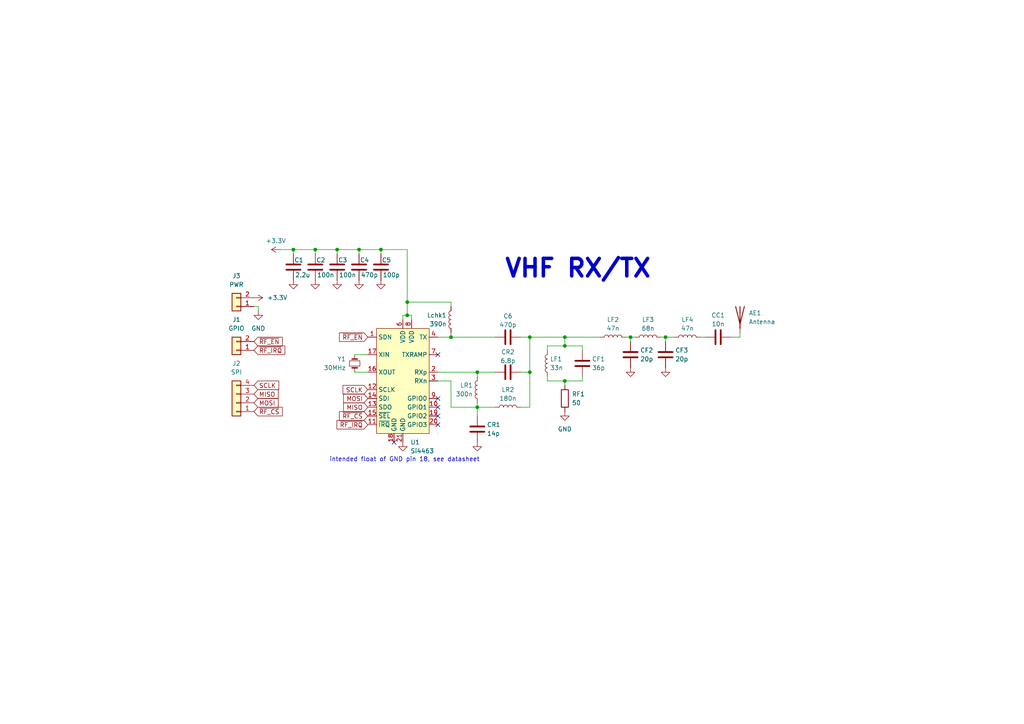
<source format=kicad_sch>
(kicad_sch (version 20231120) (generator "eeschema") (generator_version "8.0")
  (paper "A4")
  (lib_symbols
    (symbol "Connector_Generic:Conn_01x02" (pin_names (offset 1.016) hide)
      (property "Reference" "J" (at 0 2.54 0))
      (property "Value" "Conn_01x02" (at 0 -5.08 0))
      (symbol "Conn_01x02_1_1"
        (rectangle (start -1.27 -2.413) (end 0 -2.667) (stroke (width 0.1524)))
        (rectangle (start -1.27 0.127) (end 0 -0.127) (stroke (width 0.1524)))
        (rectangle (start -1.27 1.27) (end 1.27 -3.81) (stroke (width 0.254)) (fill (type background)))
        (pin passive line (at -5.08 0 0) (length 3.81) (name "Pin_1") (number "1"))
        (pin passive line (at -5.08 -2.54 0) (length 3.81) (name "Pin_2") (number "2"))
      )
    )
    (symbol "Connector_Generic:Conn_01x04" (pin_names (offset 1.016) hide)
      (property "Reference" "J" (at 0 5.08 0))
      (property "Value" "Conn_01x04" (at 0 -7.62 0))
      (symbol "Conn_01x04_1_1"
        (rectangle (start -1.27 -4.953) (end 0 -5.207) (stroke (width 0.1524)))
        (rectangle (start -1.27 -2.413) (end 0 -2.667) (stroke (width 0.1524)))
        (rectangle (start -1.27 0.127) (end 0 -0.127) (stroke (width 0.1524)))
        (rectangle (start -1.27 2.667) (end 0 2.413) (stroke (width 0.1524)))
        (rectangle (start -1.27 3.81) (end 1.27 -6.35) (stroke (width 0.254)) (fill (type background)))
        (pin passive line (at -5.08 2.54 0) (length 3.81) (name "Pin_1") (number "1"))
        (pin passive line (at -5.08 0 0) (length 3.81) (name "Pin_2") (number "2"))
        (pin passive line (at -5.08 -2.54 0) (length 3.81) (name "Pin_3") (number "3"))
        (pin passive line (at -5.08 -5.08 0) (length 3.81) (name "Pin_4") (number "4"))
      )
    )
    (symbol "Device:Antenna" (pin_numbers hide) (pin_names (offset 1.016) hide)
      (property "Reference" "AE" (at -1.905 1.905 0))
      (property "Value" "Antenna" (at -1.905 0 0))
      (symbol "Antenna_0_1"
        (polyline (pts (xy 0 2.54) (xy 0 -3.81)) (stroke (width 0.254)))
        (polyline (pts (xy 1.27 2.54) (xy 0 -2.54) (xy -1.27 2.54)) (stroke (width 0.254)))
      )
      (symbol "Antenna_1_1"
        (pin input line (at 0 -5.08 90) (length 2.54) (name "A") (number "1"))
      )
    )
    (symbol "Device:C" (pin_numbers hide) (pin_names (offset 0.254))
      (property "Reference" "C" (at 0.635 2.54 0))
      (property "Value" "C" (at 0.635 -2.54 0))
      (symbol "C_0_1"
        (polyline (pts (xy -2.032 -0.762) (xy 2.032 -0.762)) (stroke (width 0.508)))
        (polyline (pts (xy -2.032 0.762) (xy 2.032 0.762)) (stroke (width 0.508)))
      )
      (symbol "C_1_1"
        (pin passive line (at 0 3.81 270) (length 2.794) (name "~") (number "1"))
        (pin passive line (at 0 -3.81 90) (length 2.794) (name "~") (number "2"))
      )
    )
    (symbol "Device:Crystal_Small" (pin_numbers hide) (pin_names (offset 1.016) hide)
      (property "Reference" "Y" (at 0 2.54 0))
      (property "Value" "Crystal_Small" (at 0 -2.54 0))
      (symbol "Crystal_Small_0_1"
        (rectangle (start -0.762 -1.524) (end 0.762 1.524))
        (polyline (pts (xy -1.27 -0.762) (xy -1.27 0.762)) (stroke (width 0.381)))
        (polyline (pts (xy 1.27 -0.762) (xy 1.27 0.762)) (stroke (width 0.381)))
      )
      (symbol "Crystal_Small_1_1"
        (pin passive line (at -2.54 0 0) (length 1.27) (name "1") (number "1"))
        (pin passive line (at 2.54 0 180) (length 1.27) (name "2") (number "2"))
      )
    )
    (symbol "Device:L" (pin_numbers hide) (pin_names (offset 1.016) hide)
      (property "Reference" "L" (at -1.27 0 90))
      (property "Value" "L" (at 1.905 0 90))
      (symbol "L_0_1"
        (arc (start 0 -2.54) (mid 0.6323 -1.905) (end 0 -1.27))
        (arc (start 0 -1.27) (mid 0.6323 -0.635) (end 0 0))
        (arc (start 0 0) (mid 0.6323 0.635) (end 0 1.27))
        (arc (start 0 1.27) (mid 0.6323 1.905) (end 0 2.54))
      )
      (symbol "L_1_1"
        (pin passive line (at 0 3.81 270) (length 1.27) (name "1") (number "1"))
        (pin passive line (at 0 -3.81 90) (length 1.27) (name "2") (number "2"))
      )
    )
    (symbol "Device:R" (pin_numbers hide) (pin_names (offset 0))
      (property "Reference" "R" (at 2.032 0 90))
      (property "Value" "R" (at 0 0 90))
      (symbol "R_0_1"
        (rectangle (start -1.016 -2.54) (end 1.016 2.54) (stroke (width 0.254)))
      )
      (symbol "R_1_1"
        (pin passive line (at 0 3.81 270) (length 1.27) (name "~") (number "1"))
        (pin passive line (at 0 -3.81 90) (length 1.27) (name "~") (number "2"))
      )
    )
    (symbol "RF:Si4463"
      (property "Reference" "U1" (at 2.1941 -17.78 0))
      (property "Value" "Si4463" (at 2.1941 -20.32 0))
      (symbol "Si4463_0_1"
        (rectangle (start -7.62 15.24) (end 7.62 -15.24) (fill (type background)))
        (rectangle (start 10.16 -15.24) (end 10.16 -15.24))
      )
      (symbol "Si4463_1_1"
        (pin input line (at -10.16 12.7 0) (length 2.54) (name "SDN") (number "1"))
        (pin bidirectional line (at 10.16 -7.62 180) (length 2.54) (name "GPIO1") (number "10"))
        (pin open_collector line (at -10.16 -12.7 0) (length 2.54) (name "~{IRQ}") (number "11"))
        (pin input line (at -10.16 -2.54 0) (length 2.54) (name "SCLK") (number "12"))
        (pin output line (at -10.16 -7.62 0) (length 2.54) (name "SDO") (number "13"))
        (pin input line (at -10.16 -5.08 0) (length 2.54) (name "SDI") (number "14"))
        (pin input line (at -10.16 -10.16 0) (length 2.54) (name "~{SEL}") (number "15"))
        (pin passive line (at -10.16 2.54 0) (length 2.54) (name "XOUT") (number "16"))
        (pin input line (at -10.16 7.62 0) (length 2.54) (name "XIN") (number "17"))
        (pin power_in line (at -2.54 -17.78 90) (length 2.54) (name "GND") (number "18"))
        (pin bidirectional line (at 10.16 -10.16 180) (length 2.54) (name "GPIO2") (number "19"))
        (pin input line (at 10.16 2.54 180) (length 2.54) (name "RXp") (number "2"))
        (pin bidirectional line (at 10.16 -12.7 180) (length 2.54) (name "GPIO3") (number "20"))
        (pin passive line (at 0 -17.78 90) (length 2.54) (name "GND") (number "21"))
        (pin input line (at 10.16 0 180) (length 2.54) (name "RXn") (number "3"))
        (pin output line (at 10.16 12.7 180) (length 2.54) (name "TX") (number "4"))
        (pin no_connect line (at 7.62 -15.24 180) (length 2.54) hide (name "NC") (number "5"))
        (pin power_in line (at 0 17.78 270) (length 2.54) (name "VDD") (number "6"))
        (pin output line (at 10.16 7.62 180) (length 2.54) (name "TXRAMP") (number "7"))
        (pin power_in line (at 2.54 17.78 270) (length 2.54) (name "VDD") (number "8"))
        (pin bidirectional line (at 10.16 -5.08 180) (length 2.54) (name "GPIO0") (number "9"))
      )
    )
    (symbol "power:+3.3V" (power) (pin_numbers hide) (pin_names (offset 0) hide)
      (property "Value" "+3.3V" (at 0 3.556 0))
      (symbol "+3.3V_0_1"
        (polyline (pts (xy -0.762 1.27) (xy 0 2.54)))
        (polyline (pts (xy 0 0) (xy 0 2.54)))
        (polyline (pts (xy 0 2.54) (xy 0.762 1.27)))
      )
      (symbol "+3.3V_1_1"
        (pin power_in line (at 0 0 90) (length 0) (name "~") (number "1"))
      )
    )
    (symbol "power:GND" (power) (pin_numbers hide) (pin_names (offset 0) hide)
      (property "Value" "GND" (at 0 -3.81 0))
      (symbol "GND_0_1"
        (polyline (pts (xy 0 0) (xy 0 -1.27) (xy 1.27 -1.27) (xy 0 -2.54) (xy -1.27 -1.27) (xy 0 -1.27)))
      )
      (symbol "GND_1_1"
        (pin power_in line (at 0 0 270) (length 0) (name "~") (number "1"))
      )
    )
  )
  (junction (at 193.04 97.79))
  (junction (at 153.67 107.95))
  (junction (at 163.83 100.33))
  (junction (at 91.44 72.39))
  (junction (at 118.11 91.44))
  (junction (at 130.81 97.79))
  (junction (at 85.09 72.39))
  (junction (at 153.67 97.79))
  (junction (at 97.79 72.39))
  (junction (at 138.43 107.95))
  (junction (at 104.14 72.39))
  (junction (at 110.49 72.39))
  (junction (at 182.88 97.79))
  (junction (at 138.43 118.11))
  (junction (at 163.83 110.49))
  (junction (at 163.83 97.79))
  (junction (at 118.11 87.63))
  (no_connect (at 127 123.19))
  (no_connect (at 127 115.57))
  (no_connect (at 127 120.65))
  (no_connect (at 127 102.87))
  (no_connect (at 114.3 128.27))
  (no_connect (at 127 118.11))
  (wire (pts (xy 182.88 97.79) (xy 184.15 97.79)))
  (wire (pts (xy 182.88 97.79) (xy 181.61 97.79)))
  (wire (pts (xy 81.28 72.39) (xy 85.09 72.39)))
  (wire (pts (xy 130.81 118.11) (xy 138.43 118.11)))
  (wire (pts (xy 130.81 87.63) (xy 130.81 88.9)))
  (wire (pts (xy 168.91 110.49) (xy 168.91 109.22)))
  (wire (pts (xy 168.91 100.33) (xy 168.91 101.6)))
  (wire (pts (xy 212.09 97.79) (xy 214.63 97.79)))
  (wire (pts (xy 193.04 97.79) (xy 195.58 97.79)))
  (wire (pts (xy 116.84 91.44) (xy 116.84 92.71)))
  (wire (pts (xy 118.11 91.44) (xy 116.84 91.44)))
  (wire (pts (xy 158.75 109.22) (xy 158.75 110.49)))
  (wire (pts (xy 118.11 87.63) (xy 130.81 87.63)))
  (wire (pts (xy 138.43 116.84) (xy 138.43 118.11)))
  (wire (pts (xy 151.13 97.79) (xy 153.67 97.79)))
  (wire (pts (xy 138.43 118.11) (xy 138.43 120.65)))
  (wire (pts (xy 102.87 107.95) (xy 106.68 107.95)))
  (wire (pts (xy 130.81 96.52) (xy 130.81 97.79)))
  (wire (pts (xy 130.81 97.79) (xy 127 97.79)))
  (wire (pts (xy 118.11 87.63) (xy 118.11 91.44)))
  (wire (pts (xy 91.44 72.39) (xy 97.79 72.39)))
  (wire (pts (xy 130.81 110.49) (xy 130.81 118.11)))
  (wire (pts (xy 138.43 107.95) (xy 143.51 107.95)))
  (wire (pts (xy 158.75 101.6) (xy 158.75 100.33)))
  (wire (pts (xy 104.14 72.39) (xy 110.49 72.39)))
  (wire (pts (xy 153.67 97.79) (xy 163.83 97.79)))
  (wire (pts (xy 182.88 99.06) (xy 182.88 97.79)))
  (wire (pts (xy 119.38 91.44) (xy 118.11 91.44)))
  (wire (pts (xy 163.83 100.33) (xy 168.91 100.33)))
  (wire (pts (xy 151.13 107.95) (xy 153.67 107.95)))
  (wire (pts (xy 163.83 110.49) (xy 168.91 110.49)))
  (wire (pts (xy 130.81 97.79) (xy 143.51 97.79)))
  (wire (pts (xy 127 110.49) (xy 130.81 110.49)))
  (wire (pts (xy 110.49 72.39) (xy 110.49 73.66)))
  (wire (pts (xy 158.75 110.49) (xy 163.83 110.49)))
  (wire (pts (xy 110.49 72.39) (xy 118.11 72.39)))
  (wire (pts (xy 163.83 97.79) (xy 163.83 100.33)))
  (wire (pts (xy 97.79 72.39) (xy 97.79 73.66)))
  (wire (pts (xy 151.13 118.11) (xy 153.67 118.11)))
  (wire (pts (xy 138.43 118.11) (xy 143.51 118.11)))
  (wire (pts (xy 85.09 72.39) (xy 85.09 73.66)))
  (wire (pts (xy 119.38 92.71) (xy 119.38 91.44)))
  (wire (pts (xy 127 107.95) (xy 138.43 107.95)))
  (wire (pts (xy 104.14 72.39) (xy 104.14 73.66)))
  (wire (pts (xy 153.67 97.79) (xy 153.67 107.95)))
  (wire (pts (xy 74.93 88.9) (xy 73.66 88.9)))
  (wire (pts (xy 97.79 72.39) (xy 104.14 72.39)))
  (wire (pts (xy 214.63 97.79) (xy 214.63 96.52)))
  (wire (pts (xy 102.87 102.87) (xy 106.68 102.87)))
  (wire (pts (xy 85.09 72.39) (xy 91.44 72.39)))
  (wire (pts (xy 163.83 110.49) (xy 163.83 111.76)))
  (wire (pts (xy 203.2 97.79) (xy 204.47 97.79)))
  (wire (pts (xy 91.44 72.39) (xy 91.44 73.66)))
  (wire (pts (xy 153.67 118.11) (xy 153.67 107.95)))
  (wire (pts (xy 191.77 97.79) (xy 193.04 97.79)))
  (wire (pts (xy 163.83 97.79) (xy 173.99 97.79)))
  (wire (pts (xy 138.43 107.95) (xy 138.43 109.22)))
  (wire (pts (xy 74.93 90.17) (xy 74.93 88.9)))
  (wire (pts (xy 158.75 100.33) (xy 163.83 100.33)))
  (wire (pts (xy 193.04 97.79) (xy 193.04 99.06)))
  (wire (pts (xy 118.11 72.39) (xy 118.11 87.63)))
  (text "intended float of GND pin 18, see datasheet\n" (at 117.348 133.35 0) (effects (font (size 1.27 1.27))))
  (text "VHF RX/TX\n" (at 167.64 77.978 0) (effects (font (size 5.08 5.08) (thickness 1.016) (bold yes))))
  (global_label "~{RF_EN}" (shape input) (at 106.68 97.79 180) (property "Intersheetrefs" "${INTERSHEET_REFS}" (effects (hide yes))))
  (global_label "~{RF_EN}" (shape input) (at 73.66 99.06 0) (property "Intersheetrefs" "${INTERSHEET_REFS}" (effects (hide yes))))
  (global_label "MISO" (shape input) (at 106.68 118.11 180) (property "Intersheetrefs" "${INTERSHEET_REFS}" (effects (hide yes))))
  (global_label "SCLK" (shape input) (at 106.68 113.03 180) (property "Intersheetrefs" "${INTERSHEET_REFS}" (effects (hide yes))))
  (global_label "SCLK" (shape input) (at 73.66 111.76 0) (property "Intersheetrefs" "${INTERSHEET_REFS}" (effects (hide yes))))
  (global_label "MOSI" (shape input) (at 73.66 116.84 0) (property "Intersheetrefs" "${INTERSHEET_REFS}" (effects (hide yes))))
  (global_label "~{RF_CS}" (shape input) (at 106.68 120.65 180) (property "Intersheetrefs" "${INTERSHEET_REFS}" (effects (hide yes))))
  (global_label "~{RF_CS}" (shape input) (at 73.66 119.38 0) (property "Intersheetrefs" "${INTERSHEET_REFS}" (effects (hide yes))))
  (global_label "MISO" (shape input) (at 73.66 114.3 0) (property "Intersheetrefs" "${INTERSHEET_REFS}" (effects (hide yes))))
  (global_label "MOSI" (shape input) (at 106.68 115.57 180) (property "Intersheetrefs" "${INTERSHEET_REFS}" (effects (hide yes))))
  (global_label "~{RF_IRQ}" (shape input) (at 106.68 123.19 180) (property "Intersheetrefs" "${INTERSHEET_REFS}" (effects (hide yes))))
  (global_label "~{RF_IRQ}" (shape input) (at 73.66 101.6 0) (property "Intersheetrefs" "${INTERSHEET_REFS}" (effects (hide yes))))
  (symbol (lib_id "power:+3.3V") (at 73.66 86.36 270) (unit 1)
    (property "Reference" "#PWR011" (effects (hide yes)))
    (property "Value" "+3.3V" (at 77.47 86.3599 90) (effects (justify left)))
    (property "Description" "Power symbol creates a global label with name \"+3.3V\"" (effects (hide yes)))
  )
  (symbol (lib_id "Device:L") (at 138.43 113.03 0) (mirror y) (unit 1)
    (property "Reference" "LR1" (at 137.16 111.7599 0) (effects (justify left)))
    (property "Value" "300n" (at 137.16 114.2999 0) (effects (justify left)))
    (property "Footprint" "Inductor_SMD:L_0402_1005Metric" (effects (hide yes)))
    (property "Description" "Inductor" (effects (hide yes)))
  )
  (symbol (lib_id "Device:C") (at 104.14 77.47 0) (unit 1)
    (property "Reference" "C4" (at 104.394 75.438 0) (effects (justify left)))
    (property "Value" "470p" (at 104.648 79.756 0) (effects (justify left)))
    (property "Footprint" "Capacitor_SMD:C_0402_1005Metric" (effects (hide yes)))
    (property "Description" "Unpolarized capacitor" (effects (hide yes)))
  )
  (symbol (lib_id "power:GND") (at 104.14 81.28 0) (unit 1)
    (property "Reference" "#PWR05" (effects (hide yes)))
    (property "Value" "GND" (effects (hide yes)))
    (property "Description" "Power symbol creates a global label with name \"GND\" , ground" (effects (hide yes)))
  )
  (symbol (lib_id "Device:C") (at 85.09 77.47 0) (unit 1)
    (property "Reference" "C1" (at 85.344 75.438 0) (effects (justify left)))
    (property "Value" "2.2u" (at 85.598 79.756 0) (effects (justify left)))
    (property "Footprint" "Capacitor_SMD:C_0402_1005Metric" (effects (hide yes)))
    (property "Description" "Unpolarized capacitor" (effects (hide yes)))
  )
  (symbol (lib_id "Device:C") (at 91.44 77.47 0) (unit 1)
    (property "Reference" "C2" (at 91.694 75.438 0) (effects (justify left)))
    (property "Value" "100n" (at 91.948 79.756 0) (effects (justify left)))
    (property "Footprint" "Capacitor_SMD:C_0402_1005Metric" (effects (hide yes)))
    (property "Description" "Unpolarized capacitor" (effects (hide yes)))
  )
  (symbol (lib_id "Device:C") (at 110.49 77.47 0) (unit 1)
    (property "Reference" "C5" (at 110.744 75.438 0) (effects (justify left)))
    (property "Value" "100p" (at 110.998 79.756 0) (effects (justify left)))
    (property "Footprint" "Capacitor_SMD:C_0402_1005Metric" (effects (hide yes)))
    (property "Description" "Unpolarized capacitor" (effects (hide yes)))
  )
  (symbol (lib_id "power:GND") (at 74.93 90.17 0) (unit 1)
    (property "Reference" "#PWR012" (effects (hide yes)))
    (property "Value" "GND" (at 74.93 95.25 0))
    (property "Description" "Power symbol creates a global label with name \"GND\" , ground" (effects (hide yes)))
  )
  (symbol (lib_id "Device:R") (at 163.83 115.57 0) (unit 1)
    (property "Reference" "RF1" (at 165.862 114.3 0) (effects (justify left)))
    (property "Value" "50" (at 165.862 116.84 0) (effects (justify left)))
    (property "Footprint" "Resistor_SMD:R_0402_1005Metric" (effects (hide yes)))
    (property "Description" "Resistor" (effects (hide yes)))
  )
  (symbol (lib_id "Device:C") (at 182.88 102.87 0) (unit 1)
    (property "Reference" "CF2" (at 185.674 101.6 0) (effects (justify left)))
    (property "Value" "20p" (at 185.674 104.14 0) (effects (justify left)))
    (property "Footprint" "Capacitor_SMD:C_0402_1005Metric" (effects (hide yes)))
    (property "Description" "Unpolarized capacitor" (effects (hide yes)))
  )
  (symbol (lib_id "Device:C") (at 208.28 97.79 90) (unit 1)
    (property "Reference" "CC1" (at 208.28 91.44 90))
    (property "Value" "10n" (at 208.28 93.98 90))
    (property "Footprint" "Capacitor_SMD:C_0402_1005Metric" (effects (hide yes)))
    (property "Description" "Unpolarized capacitor" (effects (hide yes)))
  )
  (symbol (lib_id "power:GND") (at 110.49 81.28 0) (unit 1)
    (property "Reference" "#PWR06" (effects (hide yes)))
    (property "Value" "GND" (effects (hide yes)))
    (property "Description" "Power symbol creates a global label with name \"GND\" , ground" (effects (hide yes)))
  )
  (symbol (lib_id "Device:C") (at 168.91 105.41 0) (unit 1)
    (property "Reference" "CF1" (at 171.704 104.14 0) (effects (justify left)))
    (property "Value" "36p" (at 171.704 106.68 0) (effects (justify left)))
    (property "Footprint" "Capacitor_SMD:C_0402_1005Metric" (effects (hide yes)))
    (property "Description" "Unpolarized capacitor" (effects (hide yes)))
  )
  (symbol (lib_id "power:GND") (at 97.79 81.28 0) (unit 1)
    (property "Reference" "#PWR04" (effects (hide yes)))
    (property "Value" "GND" (effects (hide yes)))
    (property "Description" "Power symbol creates a global label with name \"GND\" , ground" (effects (hide yes)))
  )
  (symbol (lib_id "Device:Crystal_Small") (at 102.87 105.41 270) (unit 1)
    (property "Reference" "Y1" (at 100.33 104.1399 90) (effects (justify right)))
    (property "Value" "30MHz" (at 100.33 106.6799 90) (effects (justify right)))
    (property "Footprint" "Crystal:Crystal_SMD_Abracon_ABM3-2Pin_5.0x3.2mm" (effects (hide yes)))
    (property "Description" "Two pin crystal, small symbol" (effects (hide yes)))
  )
  (symbol (lib_id "power:GND") (at 193.04 106.68 0) (unit 1)
    (property "Reference" "#PWR010" (effects (hide yes)))
    (property "Value" "GND" (effects (hide yes)))
    (property "Description" "Power symbol creates a global label with name \"GND\" , ground" (effects (hide yes)))
  )
  (symbol (lib_id "Device:C") (at 193.04 102.87 0) (unit 1)
    (property "Reference" "CF3" (at 195.834 101.6 0) (effects (justify left)))
    (property "Value" "20p" (at 195.834 104.14 0) (effects (justify left)))
    (property "Footprint" "Capacitor_SMD:C_0402_1005Metric" (effects (hide yes)))
    (property "Description" "Unpolarized capacitor" (effects (hide yes)))
  )
  (symbol (lib_id "Connector_Generic:Conn_01x04") (at 68.58 116.84 180) (unit 1)
    (property "Reference" "J2" (at 68.58 105.41 0))
    (property "Value" "SPI" (at 68.58 107.95 0))
    (property "Footprint" "Connector_PinHeader_2.54mm:PinHeader_1x04_P2.54mm_Vertical" (effects (hide yes)))
    (property "Description" "Generic connector, single row, 01x04, script generated (kicad-library-utils/schlib/autogen/connector/)" (effects (hide yes)))
  )
  (symbol (lib_id "power:GND") (at 116.84 128.27 0) (unit 1)
    (property "Reference" "#PWR013" (effects (hide yes)))
    (property "Value" "GND" (effects (hide yes)))
    (property "Description" "Power symbol creates a global label with name \"GND\" , ground" (effects (hide yes)))
  )
  (symbol (lib_id "Device:L") (at 130.81 92.71 0) (mirror y) (unit 1)
    (property "Reference" "Lchk1" (at 129.54 91.4399 0) (effects (justify left)))
    (property "Value" "390n" (at 129.54 93.9799 0) (effects (justify left)))
    (property "Footprint" "Inductor_SMD:L_0402_1005Metric" (effects (hide yes)))
    (property "Description" "Inductor" (effects (hide yes)))
  )
  (symbol (lib_id "Connector_Generic:Conn_01x02") (at 68.58 88.9 180) (unit 1)
    (property "Reference" "J3" (at 68.58 80.01 0))
    (property "Value" "PWR" (at 68.58 82.55 0))
    (property "Footprint" "Connector_PinHeader_2.54mm:PinHeader_1x02_P2.54mm_Vertical" (effects (hide yes)))
    (property "Description" "Generic connector, single row, 01x02, script generated (kicad-library-utils/schlib/autogen/connector/)" (effects (hide yes)))
  )
  (symbol (lib_id "power:GND") (at 91.44 81.28 0) (unit 1)
    (property "Reference" "#PWR03" (effects (hide yes)))
    (property "Value" "GND" (effects (hide yes)))
    (property "Description" "Power symbol creates a global label with name \"GND\" , ground" (effects (hide yes)))
  )
  (symbol (lib_id "power:GND") (at 182.88 106.68 0) (unit 1)
    (property "Reference" "#PWR09" (effects (hide yes)))
    (property "Value" "GND" (effects (hide yes)))
    (property "Description" "Power symbol creates a global label with name \"GND\" , ground" (effects (hide yes)))
  )
  (symbol (lib_id "Device:L") (at 187.96 97.79 90) (unit 1)
    (property "Reference" "LF3" (at 187.96 92.71 90))
    (property "Value" "68n" (at 187.96 95.25 90))
    (property "Footprint" "Inductor_SMD:L_0402_1005Metric" (effects (hide yes)))
    (property "Description" "Inductor" (effects (hide yes)))
  )
  (symbol (lib_id "power:GND") (at 85.09 81.28 0) (unit 1)
    (property "Reference" "#PWR02" (effects (hide yes)))
    (property "Value" "GND" (effects (hide yes)))
    (property "Description" "Power symbol creates a global label with name \"GND\" , ground" (effects (hide yes)))
  )
  (symbol (lib_id "Device:Antenna") (at 214.63 91.44 0) (unit 1)
    (property "Reference" "AE1" (at 217.17 90.8049 0) (effects (justify left)))
    (property "Value" "Antenna" (at 217.17 93.3449 0) (effects (justify left)))
    (property "Footprint" "Connector_Wire:SolderWirePad_1x01_SMD_1x2mm" (effects (hide yes)))
    (property "Description" "Antenna" (effects (hide yes)))
  )
  (symbol (lib_id "RF:Si4463") (at 116.84 110.49 0) (unit 1)
    (property "Reference" "U1" (at 119.0341 128.27 0) (effects (justify left)))
    (property "Value" "Si4463" (at 119.0341 130.81 0) (effects (justify left)))
    (property "Footprint" "Package_DFN_QFN:QFN-20-1EP_4x4mm_P0.5mm_EP2.6x2.6mm_ThermalVias" (effects (hide yes)))
    (property "Datasheet" "https://www.silabs.com/documents/public/data-sheets/Si4464-63-61-60.pdf" (effects (hide yes)))
    (property "Description" "High-Performance, Low-Current Sub-GHz Transceiver, +20dBm, Major bands 142-1050 MHz, QFN-20" (effects (hide yes)))
  )
  (symbol (lib_id "Device:L") (at 177.8 97.79 90) (unit 1)
    (property "Reference" "LF2" (at 177.8 92.71 90))
    (property "Value" "47n" (at 177.8 95.25 90))
    (property "Footprint" "Inductor_SMD:L_0402_1005Metric" (effects (hide yes)))
    (property "Description" "Inductor" (effects (hide yes)))
  )
  (symbol (lib_id "Device:L") (at 199.39 97.79 90) (unit 1)
    (property "Reference" "LF4" (at 199.39 92.71 90))
    (property "Value" "47n" (at 199.39 95.25 90))
    (property "Footprint" "Inductor_SMD:L_0402_1005Metric" (effects (hide yes)))
    (property "Description" "Inductor" (effects (hide yes)))
  )
  (symbol (lib_id "power:GND") (at 163.83 119.38 0) (unit 1)
    (property "Reference" "#PWR08" (effects (hide yes)))
    (property "Value" "GND" (at 163.83 124.46 0))
    (property "Description" "Power symbol creates a global label with name \"GND\" , ground" (effects (hide yes)))
  )
  (symbol (lib_id "Device:C") (at 147.32 97.79 90) (unit 1)
    (property "Reference" "C6" (at 147.32 91.694 90))
    (property "Value" "470p" (at 147.32 94.234 90))
    (property "Footprint" "Capacitor_SMD:C_0402_1005Metric" (effects (hide yes)))
    (property "Description" "Unpolarized capacitor" (effects (hide yes)))
  )
  (symbol (lib_id "power:+3.3V") (at 81.28 72.39 90) (unit 1)
    (property "Reference" "#PWR01" (effects (hide yes)))
    (property "Value" "+3.3V" (at 80.01 69.85 90))
    (property "Description" "Power symbol creates a global label with name \"+3.3V\"" (effects (hide yes)))
  )
  (symbol (lib_id "Connector_Generic:Conn_01x02") (at 68.58 101.6 180) (unit 1)
    (property "Reference" "J1" (at 68.58 92.71 0))
    (property "Value" "GPIO" (at 68.58 95.25 0))
    (property "Footprint" "Connector_PinHeader_2.54mm:PinHeader_1x02_P2.54mm_Vertical" (effects (hide yes)))
    (property "Description" "Generic connector, single row, 01x02, script generated (kicad-library-utils/schlib/autogen/connector/)" (effects (hide yes)))
  )
  (symbol (lib_id "Device:L") (at 147.32 118.11 90) (unit 1)
    (property "Reference" "LR2" (at 147.32 113.03 90))
    (property "Value" "180n" (at 147.32 115.57 90))
    (property "Footprint" "Inductor_SMD:L_0402_1005Metric" (effects (hide yes)))
    (property "Description" "Inductor" (effects (hide yes)))
  )
  (symbol (lib_id "Device:L") (at 158.75 105.41 180) (unit 1)
    (property "Reference" "LF1" (at 159.512 104.14 0) (effects (justify right)))
    (property "Value" "33n" (at 159.512 106.68 0) (effects (justify right)))
    (property "Footprint" "Inductor_SMD:L_0402_1005Metric" (effects (hide yes)))
    (property "Description" "Inductor" (effects (hide yes)))
  )
  (symbol (lib_id "Device:C") (at 97.79 77.47 0) (unit 1)
    (property "Reference" "C3" (at 98.044 75.438 0) (effects (justify left)))
    (property "Value" "100n" (at 98.298 79.756 0) (effects (justify left)))
    (property "Footprint" "Capacitor_SMD:C_0402_1005Metric" (effects (hide yes)))
    (property "Description" "Unpolarized capacitor" (effects (hide yes)))
  )
  (symbol (lib_id "Device:C") (at 147.32 107.95 90) (unit 1)
    (property "Reference" "CR2" (at 147.32 102.108 90))
    (property "Value" "6.8p" (at 147.32 104.648 90))
    (property "Footprint" "Capacitor_SMD:C_0402_1005Metric" (effects (hide yes)))
    (property "Description" "Unpolarized capacitor" (effects (hide yes)))
  )
  (symbol (lib_id "power:GND") (at 138.43 128.27 0) (unit 1)
    (property "Reference" "#PWR07" (effects (hide yes)))
    (property "Value" "GND" (effects (hide yes)))
    (property "Description" "Power symbol creates a global label with name \"GND\" , ground" (effects (hide yes)))
  )
  (symbol (lib_id "Device:C") (at 138.43 124.46 0) (unit 1)
    (property "Reference" "CR1" (at 141.224 123.19 0) (effects (justify left)))
    (property "Value" "14p" (at 141.224 125.73 0) (effects (justify left)))
    (property "Footprint" "Capacitor_SMD:C_0402_1005Metric" (effects (hide yes)))
    (property "Description" "Unpolarized capacitor" (effects (hide yes)))
  )
)
</source>
